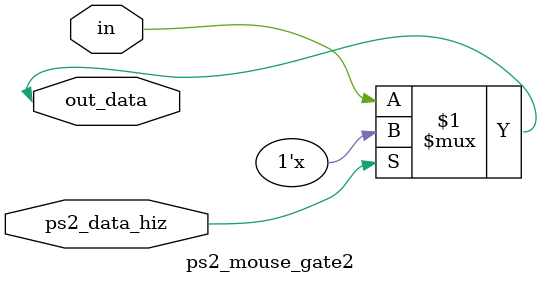
<source format=v>
`timescale 1ns / 1ps
module ps2_mouse_gate2(in,ps2_data_hiz,out_data);
input in;
input ps2_data_hiz;
inout  out_data;
assign out_data = ps2_data_hiz? 1'bz :  in;

endmodule

</source>
